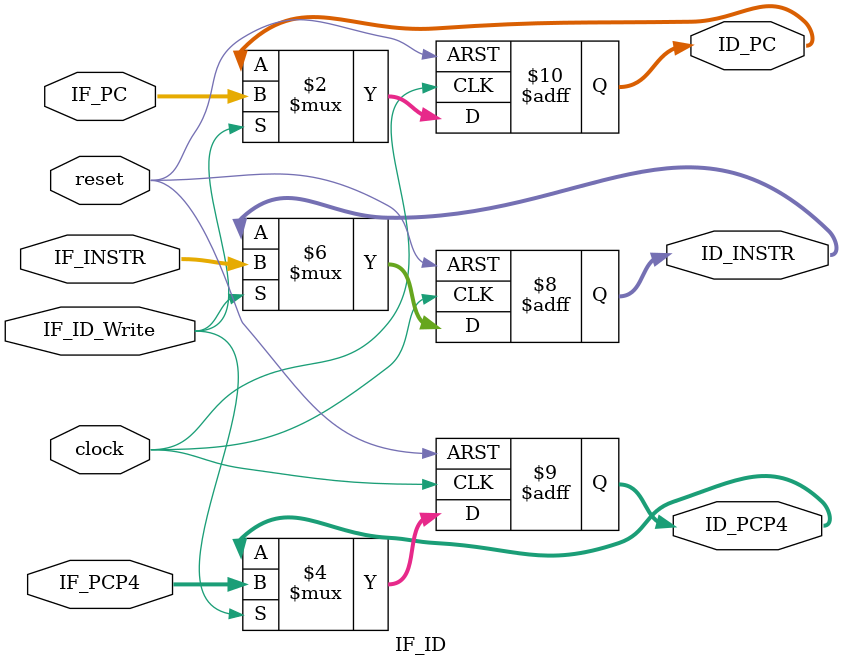
<source format=v>
/* IF_ID.v
 * UMAINE ECE 473
 * Initial Author: Landyn Francis <landyn.francis@maine.edu>
 * Other Authors: Ryan Kinney <ryan.kinney@maine.edu>
 * Description:
    The pipeline register to hold the instruction before
	 the instruction decode stage
*/
module IF_ID(
	input wire IF_ID_Write, // signal for stalling the pipeline

	input wire [31:0] IF_INSTR, // the fetched instruction
	output reg [31:0] ID_INSTR,
	
	input wire [31:0] IF_PCP4, // the PC for branch and jump instructions
	output reg [31:0] ID_PCP4,
	
	input wire [31:0] IF_PC,
	output reg [31:0] ID_PC,
	
	input wire clock, // the clock and reset lines
	input wire reset);

	always @(posedge clock or posedge reset) begin
		if(reset) begin
			// reset; flush the registers
			ID_INSTR <= 32'd0;
			ID_PC <= 32'd0;
			ID_PCP4 <= 32'd0;
		end else if (IF_ID_Write) begin
			// write the new values on positive clock edge if not stalling
			ID_INSTR <= IF_INSTR;
			ID_PC <= IF_PC;
			ID_PCP4 <= IF_PCP4;
		end
	end
	
	
endmodule

</source>
